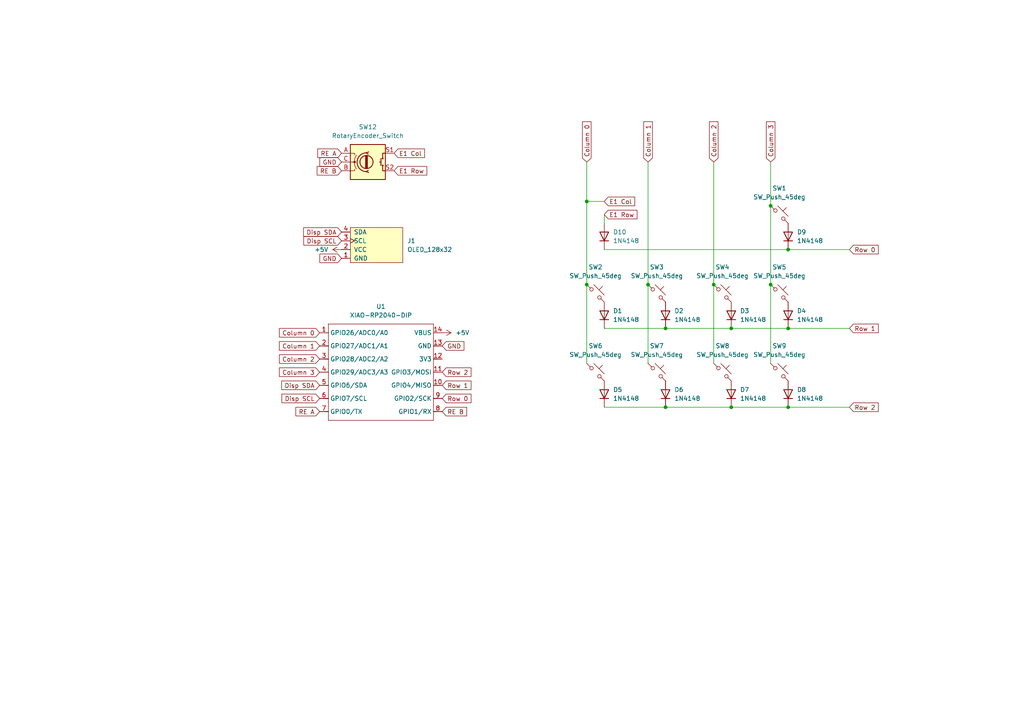
<source format=kicad_sch>
(kicad_sch (version 20231120) (generator "eeschema") (generator_version "8.0")
  (paper "A4")
  (lib_symbols
    (symbol "Device:RotaryEncoder_Switch" (pin_names (offset 0.254) hide)
      (property "Reference" "SW" (at 0 6.604 0))
      (property "Value" "RotaryEncoder_Switch" (at 0 -6.604 0))
      (symbol "RotaryEncoder_Switch_0_1"
        (rectangle (start -5.08 5.08) (end 5.08 -5.08) (stroke (width 0.254)) (fill (type background)))
        (circle (center -3.81 0) (radius 0.254) (fill (type outline)))
        (circle (center -0.381 0) (radius 1.905) (stroke (width 0.254)))
        (arc (start -0.381 2.667) (mid -3.0988 -0.0635) (end -0.381 -2.794) (stroke (width 0.254)))
        (polyline (pts (xy -0.635 -1.778) (xy -0.635 1.778)) (stroke (width 0.254)))
        (polyline (pts (xy -0.381 -1.778) (xy -0.381 1.778)) (stroke (width 0.254)))
        (polyline (pts (xy -0.127 1.778) (xy -0.127 -1.778)) (stroke (width 0.254)))
        (polyline (pts (xy 3.81 0) (xy 3.429 0)) (stroke (width 0.254)))
        (polyline (pts (xy 3.81 1.016) (xy 3.81 -1.016)) (stroke (width 0.254)))
        (polyline (pts (xy -5.08 -2.54) (xy -3.81 -2.54) (xy -3.81 -2.032)))
        (polyline (pts (xy -5.08 2.54) (xy -3.81 2.54) (xy -3.81 2.032)))
        (polyline (pts (xy 0.254 -3.048) (xy -0.508 -2.794) (xy 0.127 -2.413)) (stroke (width 0.254)))
        (polyline (pts (xy 0.254 2.921) (xy -0.508 2.667) (xy 0.127 2.286)) (stroke (width 0.254)))
        (polyline (pts (xy 5.08 -2.54) (xy 4.318 -2.54) (xy 4.318 -1.016)) (stroke (width 0.254)))
        (polyline (pts (xy 5.08 2.54) (xy 4.318 2.54) (xy 4.318 1.016)) (stroke (width 0.254)))
        (polyline (pts (xy -5.08 0) (xy -3.81 0) (xy -3.81 -1.016) (xy -3.302 -2.032)))
        (polyline (pts (xy -4.318 0) (xy -3.81 0) (xy -3.81 1.016) (xy -3.302 2.032)))
        (circle (center 4.318 -1.016) (radius 0.127) (stroke (width 0.254)))
        (circle (center 4.318 1.016) (radius 0.127) (stroke (width 0.254)))
      )
      (symbol "RotaryEncoder_Switch_1_1"
        (pin passive line (at -7.62 2.54 0) (length 2.54) (name "A") (number "A"))
        (pin passive line (at -7.62 -2.54 0) (length 2.54) (name "B") (number "B"))
        (pin passive line (at -7.62 0 0) (length 2.54) (name "C") (number "C"))
        (pin passive line (at 7.62 2.54 180) (length 2.54) (name "S1") (number "S1"))
        (pin passive line (at 7.62 -2.54 180) (length 2.54) (name "S2") (number "S2"))
      )
    )
    (symbol "Diode:1N4148" (pin_numbers hide) (pin_names hide)
      (property "Reference" "D" (at 0 2.54 0))
      (property "Value" "1N4148" (at 0 -2.54 0))
      (symbol "1N4148_0_1"
        (polyline (pts (xy -1.27 1.27) (xy -1.27 -1.27)) (stroke (width 0.254)))
        (polyline (pts (xy 1.27 0) (xy -1.27 0)))
        (polyline (pts (xy 1.27 1.27) (xy 1.27 -1.27) (xy -1.27 0) (xy 1.27 1.27)) (stroke (width 0.254)))
      )
      (symbol "1N4148_1_1"
        (pin passive line (at -3.81 0 0) (length 2.54) (name "K") (number "1"))
        (pin passive line (at 3.81 0 180) (length 2.54) (name "A") (number "2"))
      )
    )
    (symbol "ScottoKeebs:OLED_128x32" (pin_names (offset 1.016))
      (property "Reference" "J" (at 0 -6.35 0))
      (property "Value" "OLED_128x32" (at 0 6.35 0))
      (symbol "OLED_128x32_0_1"
        (rectangle (start 0 5.08) (end 15.24 -5.08) (fill (type background)))
      )
      (symbol "OLED_128x32_1_1"
        (pin power_in line (at -2.54 -3.81 0) (length 2.54) (name "GND") (number "1"))
        (pin power_in line (at -2.54 -1.27 0) (length 2.54) (name "VCC") (number "2"))
        (pin input clock (at -2.54 1.27 0) (length 2.54) (name "SCL") (number "3"))
        (pin bidirectional line (at -2.54 3.81 0) (length 2.54) (name "SDA") (number "4"))
      )
    )
    (symbol "Seeed_Studio_XIAO_Series:XIAO-RP2040-DIP"
      (property "Reference" "U" (at 0 0 0))
      (property "Value" "XIAO-RP2040-DIP" (at 5.334 -1.778 0))
      (symbol "XIAO-RP2040-DIP_1_0"
        (polyline (pts (xy -1.27 -30.48) (xy -1.27 -16.51)) (stroke (width 0.1524)))
        (polyline (pts (xy -1.27 -27.94) (xy -2.54 -27.94)) (stroke (width 0.1524)))
        (polyline (pts (xy -1.27 -24.13) (xy -2.54 -24.13)) (stroke (width 0.1524)))
        (polyline (pts (xy -1.27 -20.32) (xy -2.54 -20.32)) (stroke (width 0.1524)))
        (polyline (pts (xy -1.27 -16.51) (xy -2.54 -16.51)) (stroke (width 0.1524)))
        (polyline (pts (xy -1.27 -16.51) (xy -1.27 -12.7)) (stroke (width 0.1524)))
        (polyline (pts (xy -1.27 -12.7) (xy -2.54 -12.7)) (stroke (width 0.1524)))
        (polyline (pts (xy -1.27 -12.7) (xy -1.27 -8.89)) (stroke (width 0.1524)))
        (polyline (pts (xy -1.27 -8.89) (xy -2.54 -8.89)) (stroke (width 0.1524)))
        (polyline (pts (xy -1.27 -8.89) (xy -1.27 -5.08)) (stroke (width 0.1524)))
        (polyline (pts (xy -1.27 -5.08) (xy -2.54 -5.08)) (stroke (width 0.1524)))
        (polyline (pts (xy -1.27 -5.08) (xy -1.27 -2.54)) (stroke (width 0.1524)))
        (polyline (pts (xy -1.27 -2.54) (xy 29.21 -2.54)) (stroke (width 0.1524)))
        (polyline (pts (xy 29.21 -30.48) (xy -1.27 -30.48)) (stroke (width 0.1524)))
        (polyline (pts (xy 29.21 -12.7) (xy 29.21 -30.48)) (stroke (width 0.1524)))
        (polyline (pts (xy 29.21 -8.89) (xy 29.21 -12.7)) (stroke (width 0.1524)))
        (polyline (pts (xy 29.21 -5.08) (xy 29.21 -8.89)) (stroke (width 0.1524)))
        (polyline (pts (xy 29.21 -2.54) (xy 29.21 -5.08)) (stroke (width 0.1524)))
        (polyline (pts (xy 30.48 -27.94) (xy 29.21 -27.94)) (stroke (width 0.1524)))
        (polyline (pts (xy 30.48 -24.13) (xy 29.21 -24.13)) (stroke (width 0.1524)))
        (polyline (pts (xy 30.48 -20.32) (xy 29.21 -20.32)) (stroke (width 0.1524)))
        (polyline (pts (xy 30.48 -16.51) (xy 29.21 -16.51)) (stroke (width 0.1524)))
        (polyline (pts (xy 30.48 -12.7) (xy 29.21 -12.7)) (stroke (width 0.1524)))
        (polyline (pts (xy 30.48 -8.89) (xy 29.21 -8.89)) (stroke (width 0.1524)))
        (polyline (pts (xy 30.48 -5.08) (xy 29.21 -5.08)) (stroke (width 0.1524)))
        (pin passive line (at -3.81 -5.08 0) (length 2.54) (name "GPIO26/ADC0/A0") (number "1"))
        (pin passive line (at 31.75 -20.32 180) (length 2.54) (name "GPIO4/MISO") (number "10"))
        (pin passive line (at 31.75 -16.51 180) (length 2.54) (name "GPIO3/MOSI") (number "11"))
        (pin passive line (at 31.75 -12.7 180) (length 2.54) (name "3V3") (number "12"))
        (pin passive line (at 31.75 -8.89 180) (length 2.54) (name "GND") (number "13"))
        (pin passive line (at 31.75 -5.08 180) (length 2.54) (name "VBUS") (number "14"))
        (pin passive line (at -3.81 -8.89 0) (length 2.54) (name "GPIO27/ADC1/A1") (number "2"))
        (pin passive line (at -3.81 -12.7 0) (length 2.54) (name "GPIO28/ADC2/A2") (number "3"))
        (pin passive line (at -3.81 -16.51 0) (length 2.54) (name "GPIO29/ADC3/A3") (number "4"))
        (pin passive line (at -3.81 -20.32 0) (length 2.54) (name "GPIO6/SDA") (number "5"))
        (pin passive line (at -3.81 -24.13 0) (length 2.54) (name "GPIO7/SCL") (number "6"))
        (pin passive line (at -3.81 -27.94 0) (length 2.54) (name "GPIO0/TX") (number "7"))
        (pin passive line (at 31.75 -27.94 180) (length 2.54) (name "GPIO1/RX") (number "8"))
        (pin passive line (at 31.75 -24.13 180) (length 2.54) (name "GPIO2/SCK") (number "9"))
      )
    )
    (symbol "Switch:SW_Push_45deg" (pin_numbers hide) (pin_names (offset 1.016) hide)
      (property "Reference" "SW" (at 3.048 1.016 0))
      (property "Value" "SW_Push_45deg" (at 0 -3.81 0))
      (symbol "SW_Push_45deg_0_1"
        (circle (center -1.1684 1.1684) (radius 0.508))
        (polyline (pts (xy -0.508 2.54) (xy 2.54 -0.508)))
        (polyline (pts (xy 1.016 1.016) (xy 2.032 2.032)))
        (polyline (pts (xy -2.54 2.54) (xy -1.524 1.524) (xy -1.524 1.524)))
        (polyline (pts (xy 1.524 -1.524) (xy 2.54 -2.54) (xy 2.54 -2.54) (xy 2.54 -2.54)))
        (circle (center 1.143 -1.1938) (radius 0.508))
        (pin passive line (at -2.54 2.54 0) (length 0) (name "1") (number "1"))
        (pin passive line (at 2.54 -2.54 180) (length 0) (name "2") (number "2"))
      )
    )
    (symbol "power:+5V" (power) (pin_numbers hide) (pin_names (offset 0) hide)
      (property "Value" "+5V" (at 0 3.556 0))
      (symbol "+5V_0_1"
        (polyline (pts (xy -0.762 1.27) (xy 0 2.54)))
        (polyline (pts (xy 0 0) (xy 0 2.54)))
        (polyline (pts (xy 0 2.54) (xy 0.762 1.27)))
      )
      (symbol "+5V_1_1"
        (pin power_in line (at 0 0 90) (length 0) (name "~") (number "1"))
      )
    )
  )
  (junction (at 228.6 72.39))
  (junction (at 223.52 59.69))
  (junction (at 193.04 95.25))
  (junction (at 193.04 118.11))
  (junction (at 223.52 82.55))
  (junction (at 187.96 82.55))
  (junction (at 228.6 95.25))
  (junction (at 212.09 118.11))
  (junction (at 170.18 58.42))
  (junction (at 228.6 118.11))
  (junction (at 207.01 82.55))
  (junction (at 170.18 82.55))
  (junction (at 212.09 95.25))
  (wire (pts (xy 228.6 72.39) (xy 246.38 72.39)))
  (wire (pts (xy 170.18 46.99) (xy 170.18 58.42)))
  (wire (pts (xy 175.26 72.39) (xy 228.6 72.39)))
  (wire (pts (xy 223.52 46.99) (xy 223.52 59.69)))
  (wire (pts (xy 187.96 82.55) (xy 187.96 105.41)))
  (wire (pts (xy 223.52 59.69) (xy 223.52 82.55)))
  (wire (pts (xy 170.18 58.42) (xy 170.18 82.55)))
  (wire (pts (xy 228.6 118.11) (xy 246.38 118.11)))
  (wire (pts (xy 212.09 95.25) (xy 228.6 95.25)))
  (wire (pts (xy 223.52 82.55) (xy 223.52 105.41)))
  (wire (pts (xy 175.26 62.23) (xy 175.26 64.77)))
  (wire (pts (xy 170.18 82.55) (xy 170.18 105.41)))
  (wire (pts (xy 193.04 118.11) (xy 212.09 118.11)))
  (wire (pts (xy 228.6 95.25) (xy 246.38 95.25)))
  (wire (pts (xy 207.01 82.55) (xy 207.01 105.41)))
  (wire (pts (xy 175.26 58.42) (xy 170.18 58.42)))
  (wire (pts (xy 207.01 46.99) (xy 207.01 82.55)))
  (wire (pts (xy 175.26 118.11) (xy 193.04 118.11)))
  (wire (pts (xy 212.09 118.11) (xy 228.6 118.11)))
  (wire (pts (xy 193.04 95.25) (xy 212.09 95.25)))
  (wire (pts (xy 175.26 95.25) (xy 193.04 95.25)))
  (wire (pts (xy 187.96 46.99) (xy 187.96 82.55)))
  (global_label "Row 0" (shape input) (at 128.27 115.57 0) (property "Intersheetrefs" "${INTERSHEET_REFS}" (effects (hide yes))))
  (global_label "E1 Col" (shape input) (at 114.3 44.45 0) (property "Intersheetrefs" "${INTERSHEET_REFS}" (effects (hide yes))))
  (global_label "Disp SCL" (shape input) (at 99.06 69.85 180) (property "Intersheetrefs" "${INTERSHEET_REFS}" (effects (hide yes))))
  (global_label "Column 0" (shape input) (at 170.18 46.99 90) (property "Intersheetrefs" "${INTERSHEET_REFS}" (effects (hide yes))))
  (global_label "Column 1" (shape input) (at 92.71 100.33 180) (property "Intersheetrefs" "${INTERSHEET_REFS}" (effects (hide yes))))
  (global_label "RE A" (shape input) (at 99.06 44.45 180) (property "Intersheetrefs" "${INTERSHEET_REFS}" (effects (hide yes))))
  (global_label "Column 3" (shape input) (at 92.71 107.95 180) (property "Intersheetrefs" "${INTERSHEET_REFS}" (effects (hide yes))))
  (global_label "Disp SDA" (shape input) (at 99.06 67.31 180) (property "Intersheetrefs" "${INTERSHEET_REFS}" (effects (hide yes))))
  (global_label "GND" (shape input) (at 128.27 100.33 0) (property "Intersheetrefs" "${INTERSHEET_REFS}" (effects (hide yes))))
  (global_label "E1 Col" (shape input) (at 175.26 58.42 0) (property "Intersheetrefs" "${INTERSHEET_REFS}" (effects (hide yes))))
  (global_label "RE A" (shape input) (at 92.71 119.38 180) (property "Intersheetrefs" "${INTERSHEET_REFS}" (effects (hide yes))))
  (global_label "Column 2" (shape input) (at 207.01 46.99 90) (property "Intersheetrefs" "${INTERSHEET_REFS}" (effects (hide yes))))
  (global_label "RE B" (shape input) (at 99.06 49.53 180) (property "Intersheetrefs" "${INTERSHEET_REFS}" (effects (hide yes))))
  (global_label "Row 2" (shape input) (at 246.38 118.11 0) (property "Intersheetrefs" "${INTERSHEET_REFS}" (effects (hide yes))))
  (global_label "E1 Row" (shape input) (at 114.3 49.53 0) (property "Intersheetrefs" "${INTERSHEET_REFS}" (effects (hide yes))))
  (global_label "GND" (shape input) (at 99.06 46.99 180) (property "Intersheetrefs" "${INTERSHEET_REFS}" (effects (hide yes))))
  (global_label "Column 1" (shape input) (at 187.96 46.99 90) (property "Intersheetrefs" "${INTERSHEET_REFS}" (effects (hide yes))))
  (global_label "E1 Row" (shape input) (at 175.26 62.23 0) (property "Intersheetrefs" "${INTERSHEET_REFS}" (effects (hide yes))))
  (global_label "Row 1" (shape input) (at 246.38 95.25 0) (property "Intersheetrefs" "${INTERSHEET_REFS}" (effects (hide yes))))
  (global_label "Row 0" (shape input) (at 246.38 72.39 0) (property "Intersheetrefs" "${INTERSHEET_REFS}" (effects (hide yes))))
  (global_label "RE B" (shape input) (at 128.27 119.38 0) (property "Intersheetrefs" "${INTERSHEET_REFS}" (effects (hide yes))))
  (global_label "Row 2" (shape input) (at 128.27 107.95 0) (property "Intersheetrefs" "${INTERSHEET_REFS}" (effects (hide yes))))
  (global_label "Column 0" (shape input) (at 92.71 96.52 180) (property "Intersheetrefs" "${INTERSHEET_REFS}" (effects (hide yes))))
  (global_label "Row 1" (shape input) (at 128.27 111.76 0) (property "Intersheetrefs" "${INTERSHEET_REFS}" (effects (hide yes))))
  (global_label "Disp SDA" (shape input) (at 92.71 111.76 180) (property "Intersheetrefs" "${INTERSHEET_REFS}" (effects (hide yes))))
  (global_label "GND" (shape input) (at 99.06 74.93 180) (property "Intersheetrefs" "${INTERSHEET_REFS}" (effects (hide yes))))
  (global_label "Column 2" (shape input) (at 92.71 104.14 180) (property "Intersheetrefs" "${INTERSHEET_REFS}" (effects (hide yes))))
  (global_label "Disp SCL" (shape input) (at 92.71 115.57 180) (property "Intersheetrefs" "${INTERSHEET_REFS}" (effects (hide yes))))
  (global_label "Column 3" (shape input) (at 223.52 46.99 90) (property "Intersheetrefs" "${INTERSHEET_REFS}" (effects (hide yes))))
  (symbol (lib_id "Diode:1N4148") (at 228.6 68.58 90) (unit 1)
    (property "Reference" "D9" (at 231.14 67.3099 90) (effects (justify right)))
    (property "Value" "1N4148" (at 231.14 69.8499 90) (effects (justify right)))
    (property "Footprint" "Diode_THT:D_DO-35_SOD27_P7.62mm_Horizontal" (effects (hide yes)))
    (property "Datasheet" "https://assets.nexperia.com/documents/data-sheet/1N4148_1N4448.pdf" (effects (hide yes)))
    (property "Description" "100V 0.15A standard switching diode, DO-35" (effects (hide yes)))
    (property "Sim.Device" "D" (effects (hide yes)))
    (property "Sim.Pins" "1=K 2=A" (effects (hide yes)))
  )
  (symbol (lib_id "Switch:SW_Push_45deg") (at 172.72 107.95 0) (unit 1)
    (property "Reference" "SW6" (at 172.72 100.33 0))
    (property "Value" "SW_Push_45deg" (at 172.72 102.87 0))
    (property "Footprint" "ScottoKeebs_MX:MX_PCB_1.00u" (effects (hide yes)))
    (property "Description" "Push button switch, normally open, two pins, 45° tilted" (effects (hide yes)))
  )
  (symbol (lib_id "Seeed_Studio_XIAO_Series:XIAO-RP2040-DIP") (at 96.52 91.44 0) (unit 1)
    (property "Reference" "U1" (at 110.49 88.9 0))
    (property "Value" "XIAO-RP2040-DIP" (at 110.49 91.44 0))
    (property "Footprint" "Seeed Studio XIAO Series Library:XIAO-RP2040-DIP" (effects (hide yes)))
  )
  (symbol (lib_id "Switch:SW_Push_45deg") (at 226.06 107.95 0) (unit 1)
    (property "Reference" "SW9" (at 226.06 100.33 0))
    (property "Value" "SW_Push_45deg" (at 226.06 102.87 0))
    (property "Footprint" "ScottoKeebs_MX:MX_PCB_1.00u" (effects (hide yes)))
    (property "Description" "Push button switch, normally open, two pins, 45° tilted" (effects (hide yes)))
  )
  (symbol (lib_id "Switch:SW_Push_45deg") (at 190.5 85.09 0) (unit 1)
    (property "Reference" "SW3" (at 190.5 77.47 0))
    (property "Value" "SW_Push_45deg" (at 190.5 80.01 0))
    (property "Footprint" "ScottoKeebs_MX:MX_PCB_1.00u" (effects (hide yes)))
    (property "Description" "Push button switch, normally open, two pins, 45° tilted" (effects (hide yes)))
  )
  (symbol (lib_id "Diode:1N4148") (at 212.09 114.3 90) (unit 1)
    (property "Reference" "D7" (at 214.63 113.0299 90) (effects (justify right)))
    (property "Value" "1N4148" (at 214.63 115.5699 90) (effects (justify right)))
    (property "Footprint" "Diode_THT:D_DO-35_SOD27_P7.62mm_Horizontal" (effects (hide yes)))
    (property "Datasheet" "https://assets.nexperia.com/documents/data-sheet/1N4148_1N4448.pdf" (effects (hide yes)))
    (property "Description" "100V 0.15A standard switching diode, DO-35" (effects (hide yes)))
    (property "Sim.Device" "D" (effects (hide yes)))
    (property "Sim.Pins" "1=K 2=A" (effects (hide yes)))
  )
  (symbol (lib_id "Diode:1N4148") (at 212.09 91.44 90) (unit 1)
    (property "Reference" "D3" (at 214.63 90.1699 90) (effects (justify right)))
    (property "Value" "1N4148" (at 214.63 92.7099 90) (effects (justify right)))
    (property "Footprint" "Diode_THT:D_DO-35_SOD27_P7.62mm_Horizontal" (effects (hide yes)))
    (property "Datasheet" "https://assets.nexperia.com/documents/data-sheet/1N4148_1N4448.pdf" (effects (hide yes)))
    (property "Description" "100V 0.15A standard switching diode, DO-35" (effects (hide yes)))
    (property "Sim.Device" "D" (effects (hide yes)))
    (property "Sim.Pins" "1=K 2=A" (effects (hide yes)))
  )
  (symbol (lib_id "Diode:1N4148") (at 228.6 114.3 90) (unit 1)
    (property "Reference" "D8" (at 231.14 113.0299 90) (effects (justify right)))
    (property "Value" "1N4148" (at 231.14 115.5699 90) (effects (justify right)))
    (property "Footprint" "Diode_THT:D_DO-35_SOD27_P7.62mm_Horizontal" (effects (hide yes)))
    (property "Datasheet" "https://assets.nexperia.com/documents/data-sheet/1N4148_1N4448.pdf" (effects (hide yes)))
    (property "Description" "100V 0.15A standard switching diode, DO-35" (effects (hide yes)))
    (property "Sim.Device" "D" (effects (hide yes)))
    (property "Sim.Pins" "1=K 2=A" (effects (hide yes)))
  )
  (symbol (lib_id "Diode:1N4148") (at 228.6 91.44 90) (unit 1)
    (property "Reference" "D4" (at 231.14 90.1699 90) (effects (justify right)))
    (property "Value" "1N4148" (at 231.14 92.7099 90) (effects (justify right)))
    (property "Footprint" "Diode_THT:D_DO-35_SOD27_P7.62mm_Horizontal" (effects (hide yes)))
    (property "Datasheet" "https://assets.nexperia.com/documents/data-sheet/1N4148_1N4448.pdf" (effects (hide yes)))
    (property "Description" "100V 0.15A standard switching diode, DO-35" (effects (hide yes)))
    (property "Sim.Device" "D" (effects (hide yes)))
    (property "Sim.Pins" "1=K 2=A" (effects (hide yes)))
  )
  (symbol (lib_id "power:+5V") (at 99.06 72.39 90) (unit 1)
    (property "Reference" "#PWR06" (effects (hide yes)))
    (property "Value" "+5V" (at 95.25 72.3899 90) (effects (justify left)))
    (property "Description" "Power symbol creates a global label with name \"+5V\"" (effects (hide yes)))
  )
  (symbol (lib_id "Diode:1N4148") (at 193.04 114.3 90) (unit 1)
    (property "Reference" "D6" (at 195.58 113.0299 90) (effects (justify right)))
    (property "Value" "1N4148" (at 195.58 115.5699 90) (effects (justify right)))
    (property "Footprint" "Diode_THT:D_DO-35_SOD27_P7.62mm_Horizontal" (effects (hide yes)))
    (property "Datasheet" "https://assets.nexperia.com/documents/data-sheet/1N4148_1N4448.pdf" (effects (hide yes)))
    (property "Description" "100V 0.15A standard switching diode, DO-35" (effects (hide yes)))
    (property "Sim.Device" "D" (effects (hide yes)))
    (property "Sim.Pins" "1=K 2=A" (effects (hide yes)))
  )
  (symbol (lib_id "Switch:SW_Push_45deg") (at 172.72 85.09 0) (unit 1)
    (property "Reference" "SW2" (at 172.72 77.47 0))
    (property "Value" "SW_Push_45deg" (at 172.72 80.01 0))
    (property "Footprint" "ScottoKeebs_MX:MX_PCB_1.00u" (effects (hide yes)))
    (property "Description" "Push button switch, normally open, two pins, 45° tilted" (effects (hide yes)))
  )
  (symbol (lib_id "Switch:SW_Push_45deg") (at 209.55 85.09 0) (unit 1)
    (property "Reference" "SW4" (at 209.55 77.47 0))
    (property "Value" "SW_Push_45deg" (at 209.55 80.01 0))
    (property "Footprint" "ScottoKeebs_MX:MX_PCB_1.00u" (effects (hide yes)))
    (property "Description" "Push button switch, normally open, two pins, 45° tilted" (effects (hide yes)))
  )
  (symbol (lib_id "Diode:1N4148") (at 175.26 91.44 90) (unit 1)
    (property "Reference" "D1" (at 177.8 90.1699 90) (effects (justify right)))
    (property "Value" "1N4148" (at 177.8 92.7099 90) (effects (justify right)))
    (property "Footprint" "Diode_THT:D_DO-35_SOD27_P7.62mm_Horizontal" (effects (hide yes)))
    (property "Datasheet" "https://assets.nexperia.com/documents/data-sheet/1N4148_1N4448.pdf" (effects (hide yes)))
    (property "Description" "100V 0.15A standard switching diode, DO-35" (effects (hide yes)))
    (property "Sim.Device" "D" (effects (hide yes)))
    (property "Sim.Pins" "1=K 2=A" (effects (hide yes)))
  )
  (symbol (lib_id "Device:RotaryEncoder_Switch") (at 106.68 46.99 0) (unit 1)
    (property "Reference" "SW12" (at 106.68 36.83 0))
    (property "Value" "RotaryEncoder_Switch" (at 106.68 39.37 0))
    (property "Footprint" "ScottoKeebs_Scotto:Encoder_EC11_MX_Combo" (effects (hide yes)))
    (property "Description" "Rotary encoder, dual channel, incremental quadrate outputs, with switch" (effects (hide yes)))
  )
  (symbol (lib_id "Diode:1N4148") (at 175.26 68.58 90) (unit 1)
    (property "Reference" "D10" (at 177.8 67.3099 90) (effects (justify right)))
    (property "Value" "1N4148" (at 177.8 69.8499 90) (effects (justify right)))
    (property "Footprint" "Diode_THT:D_DO-35_SOD27_P7.62mm_Horizontal" (effects (hide yes)))
    (property "Datasheet" "https://assets.nexperia.com/documents/data-sheet/1N4148_1N4448.pdf" (effects (hide yes)))
    (property "Description" "100V 0.15A standard switching diode, DO-35" (effects (hide yes)))
    (property "Sim.Device" "D" (effects (hide yes)))
    (property "Sim.Pins" "1=K 2=A" (effects (hide yes)))
  )
  (symbol (lib_id "Switch:SW_Push_45deg") (at 226.06 62.23 0) (unit 1)
    (property "Reference" "SW1" (at 226.06 54.61 0))
    (property "Value" "SW_Push_45deg" (at 226.06 57.15 0))
    (property "Footprint" "ScottoKeebs_MX:MX_PCB_1.00u" (effects (hide yes)))
    (property "Description" "Push button switch, normally open, two pins, 45° tilted" (effects (hide yes)))
  )
  (symbol (lib_id "power:+5V") (at 128.27 96.52 270) (unit 1)
    (property "Reference" "#PWR05" (effects (hide yes)))
    (property "Value" "+5V" (at 132.08 96.5199 90) (effects (justify left)))
    (property "Description" "Power symbol creates a global label with name \"+5V\"" (effects (hide yes)))
  )
  (symbol (lib_id "ScottoKeebs:OLED_128x32") (at 101.6 71.12 0) (unit 1)
    (property "Reference" "J1" (at 118.11 69.8499 0) (effects (justify left)))
    (property "Value" "OLED_128x32" (at 118.11 72.3899 0) (effects (justify left)))
    (property "Footprint" "ScottoKeebs_Components:OLED_128x32" (effects (hide yes)))
  )
  (symbol (lib_id "Switch:SW_Push_45deg") (at 190.5 107.95 0) (unit 1)
    (property "Reference" "SW7" (at 190.5 100.33 0))
    (property "Value" "SW_Push_45deg" (at 190.5 102.87 0))
    (property "Footprint" "ScottoKeebs_MX:MX_PCB_1.00u" (effects (hide yes)))
    (property "Description" "Push button switch, normally open, two pins, 45° tilted" (effects (hide yes)))
  )
  (symbol (lib_id "Switch:SW_Push_45deg") (at 209.55 107.95 0) (unit 1)
    (property "Reference" "SW8" (at 209.55 100.33 0))
    (property "Value" "SW_Push_45deg" (at 209.55 102.87 0))
    (property "Footprint" "ScottoKeebs_MX:MX_PCB_1.00u" (effects (hide yes)))
    (property "Description" "Push button switch, normally open, two pins, 45° tilted" (effects (hide yes)))
  )
  (symbol (lib_id "Switch:SW_Push_45deg") (at 226.06 85.09 0) (unit 1)
    (property "Reference" "SW5" (at 226.06 77.47 0))
    (property "Value" "SW_Push_45deg" (at 226.06 80.01 0))
    (property "Footprint" "ScottoKeebs_MX:MX_PCB_1.00u" (effects (hide yes)))
    (property "Description" "Push button switch, normally open, two pins, 45° tilted" (effects (hide yes)))
  )
  (symbol (lib_id "Diode:1N4148") (at 175.26 114.3 90) (unit 1)
    (property "Reference" "D5" (at 177.8 113.0299 90) (effects (justify right)))
    (property "Value" "1N4148" (at 177.8 115.5699 90) (effects (justify right)))
    (property "Footprint" "Diode_THT:D_DO-35_SOD27_P7.62mm_Horizontal" (effects (hide yes)))
    (property "Datasheet" "https://assets.nexperia.com/documents/data-sheet/1N4148_1N4448.pdf" (effects (hide yes)))
    (property "Description" "100V 0.15A standard switching diode, DO-35" (effects (hide yes)))
    (property "Sim.Device" "D" (effects (hide yes)))
    (property "Sim.Pins" "1=K 2=A" (effects (hide yes)))
  )
  (symbol (lib_id "Diode:1N4148") (at 193.04 91.44 90) (unit 1)
    (property "Reference" "D2" (at 195.58 90.1699 90) (effects (justify right)))
    (property "Value" "1N4148" (at 195.58 92.7099 90) (effects (justify right)))
    (property "Footprint" "Diode_THT:D_DO-35_SOD27_P7.62mm_Horizontal" (effects (hide yes)))
    (property "Datasheet" "https://assets.nexperia.com/documents/data-sheet/1N4148_1N4448.pdf" (effects (hide yes)))
    (property "Description" "100V 0.15A standard switching diode, DO-35" (effects (hide yes)))
    (property "Sim.Device" "D" (effects (hide yes)))
    (property "Sim.Pins" "1=K 2=A" (effects (hide yes)))
  )
)
</source>
